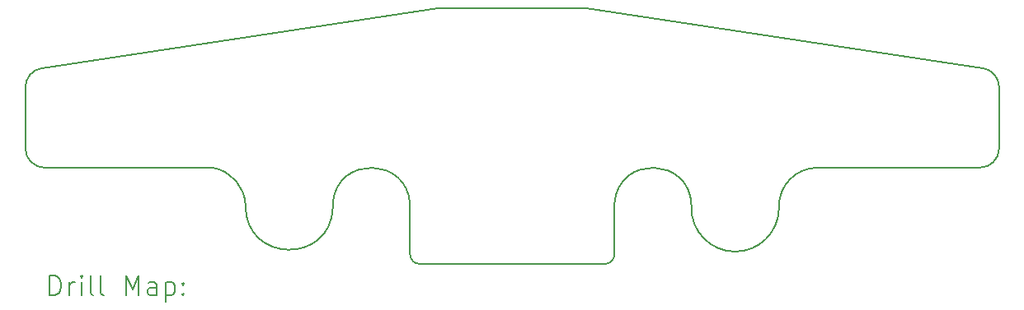
<source format=gbr>
%TF.GenerationSoftware,KiCad,Pcbnew,7.0.5*%
%TF.CreationDate,2023-08-03T16:35:43+02:00*%
%TF.ProjectId,Sensores,53656e73-6f72-4657-932e-6b696361645f,rev?*%
%TF.SameCoordinates,Original*%
%TF.FileFunction,Drillmap*%
%TF.FilePolarity,Positive*%
%FSLAX45Y45*%
G04 Gerber Fmt 4.5, Leading zero omitted, Abs format (unit mm)*
G04 Created by KiCad (PCBNEW 7.0.5) date 2023-08-03 16:35:43*
%MOMM*%
%LPD*%
G01*
G04 APERTURE LIST*
%ADD10C,0.200000*%
G04 APERTURE END LIST*
D10*
X19455738Y-10886585D02*
X21128400Y-10886585D01*
X15278400Y-11260421D02*
G75*
G03*
X14485767Y-11242659I-397050J-23849D01*
G01*
X15565081Y-9240563D02*
X17091719Y-9240563D01*
X17378400Y-11246611D02*
X17378400Y-11777409D01*
X17278400Y-11877410D02*
G75*
G03*
X17378400Y-11777409I-10J100010D01*
G01*
X11328400Y-10058400D02*
X11328400Y-10686585D01*
X18167735Y-11291984D02*
X18167735Y-11272699D01*
X15278400Y-11777409D02*
X15278400Y-11260421D01*
X18167735Y-11291984D02*
G75*
G03*
X19067090Y-11300525I449637J-8542D01*
G01*
X21328408Y-10058400D02*
G75*
G03*
X21158548Y-9860685I-199998J0D01*
G01*
X21328400Y-10686585D02*
X21328400Y-10058400D01*
X11528400Y-10886585D02*
X13249669Y-10886585D01*
X11328405Y-10686585D02*
G75*
G03*
X11528400Y-10886585I199995J-5D01*
G01*
X15378400Y-11877409D02*
X17278400Y-11877409D01*
X11498252Y-9860685D02*
G75*
G03*
X11328400Y-10058400I30148J-197715D01*
G01*
X19067090Y-11300525D02*
X19067090Y-11282044D01*
X17091719Y-9240563D02*
X21158548Y-9860685D01*
X19455738Y-10886580D02*
G75*
G03*
X19067090Y-11282044I6872J-395460D01*
G01*
X11498252Y-9860685D02*
X15565081Y-9240563D01*
X13589549Y-11282859D02*
X13589551Y-11285597D01*
X15278401Y-11777409D02*
G75*
G03*
X15378400Y-11877409I99999J-1D01*
G01*
X13589544Y-11285597D02*
G75*
G03*
X13249669Y-10886585I-404454J-253D01*
G01*
X14485767Y-11300583D02*
X14485767Y-11242659D01*
X21128400Y-10886590D02*
G75*
G03*
X21328400Y-10686585I0J200000D01*
G01*
X18167740Y-11272699D02*
G75*
G03*
X17378400Y-11246611I-395410J-9341D01*
G01*
X13589549Y-11282859D02*
G75*
G03*
X14485767Y-11300583I448290J286D01*
G01*
X11579177Y-12198893D02*
X11579177Y-11998893D01*
X11579177Y-11998893D02*
X11626796Y-11998893D01*
X11626796Y-11998893D02*
X11655367Y-12008417D01*
X11655367Y-12008417D02*
X11674415Y-12027464D01*
X11674415Y-12027464D02*
X11683939Y-12046512D01*
X11683939Y-12046512D02*
X11693462Y-12084607D01*
X11693462Y-12084607D02*
X11693462Y-12113179D01*
X11693462Y-12113179D02*
X11683939Y-12151274D01*
X11683939Y-12151274D02*
X11674415Y-12170321D01*
X11674415Y-12170321D02*
X11655367Y-12189369D01*
X11655367Y-12189369D02*
X11626796Y-12198893D01*
X11626796Y-12198893D02*
X11579177Y-12198893D01*
X11779177Y-12198893D02*
X11779177Y-12065560D01*
X11779177Y-12103655D02*
X11788701Y-12084607D01*
X11788701Y-12084607D02*
X11798224Y-12075083D01*
X11798224Y-12075083D02*
X11817272Y-12065560D01*
X11817272Y-12065560D02*
X11836320Y-12065560D01*
X11902986Y-12198893D02*
X11902986Y-12065560D01*
X11902986Y-11998893D02*
X11893462Y-12008417D01*
X11893462Y-12008417D02*
X11902986Y-12017941D01*
X11902986Y-12017941D02*
X11912510Y-12008417D01*
X11912510Y-12008417D02*
X11902986Y-11998893D01*
X11902986Y-11998893D02*
X11902986Y-12017941D01*
X12026796Y-12198893D02*
X12007748Y-12189369D01*
X12007748Y-12189369D02*
X11998224Y-12170321D01*
X11998224Y-12170321D02*
X11998224Y-11998893D01*
X12131558Y-12198893D02*
X12112510Y-12189369D01*
X12112510Y-12189369D02*
X12102986Y-12170321D01*
X12102986Y-12170321D02*
X12102986Y-11998893D01*
X12360129Y-12198893D02*
X12360129Y-11998893D01*
X12360129Y-11998893D02*
X12426796Y-12141750D01*
X12426796Y-12141750D02*
X12493462Y-11998893D01*
X12493462Y-11998893D02*
X12493462Y-12198893D01*
X12674415Y-12198893D02*
X12674415Y-12094131D01*
X12674415Y-12094131D02*
X12664891Y-12075083D01*
X12664891Y-12075083D02*
X12645843Y-12065560D01*
X12645843Y-12065560D02*
X12607748Y-12065560D01*
X12607748Y-12065560D02*
X12588701Y-12075083D01*
X12674415Y-12189369D02*
X12655367Y-12198893D01*
X12655367Y-12198893D02*
X12607748Y-12198893D01*
X12607748Y-12198893D02*
X12588701Y-12189369D01*
X12588701Y-12189369D02*
X12579177Y-12170321D01*
X12579177Y-12170321D02*
X12579177Y-12151274D01*
X12579177Y-12151274D02*
X12588701Y-12132226D01*
X12588701Y-12132226D02*
X12607748Y-12122702D01*
X12607748Y-12122702D02*
X12655367Y-12122702D01*
X12655367Y-12122702D02*
X12674415Y-12113179D01*
X12769653Y-12065560D02*
X12769653Y-12265560D01*
X12769653Y-12075083D02*
X12788701Y-12065560D01*
X12788701Y-12065560D02*
X12826796Y-12065560D01*
X12826796Y-12065560D02*
X12845843Y-12075083D01*
X12845843Y-12075083D02*
X12855367Y-12084607D01*
X12855367Y-12084607D02*
X12864891Y-12103655D01*
X12864891Y-12103655D02*
X12864891Y-12160798D01*
X12864891Y-12160798D02*
X12855367Y-12179845D01*
X12855367Y-12179845D02*
X12845843Y-12189369D01*
X12845843Y-12189369D02*
X12826796Y-12198893D01*
X12826796Y-12198893D02*
X12788701Y-12198893D01*
X12788701Y-12198893D02*
X12769653Y-12189369D01*
X12950605Y-12179845D02*
X12960129Y-12189369D01*
X12960129Y-12189369D02*
X12950605Y-12198893D01*
X12950605Y-12198893D02*
X12941082Y-12189369D01*
X12941082Y-12189369D02*
X12950605Y-12179845D01*
X12950605Y-12179845D02*
X12950605Y-12198893D01*
X12950605Y-12075083D02*
X12960129Y-12084607D01*
X12960129Y-12084607D02*
X12950605Y-12094131D01*
X12950605Y-12094131D02*
X12941082Y-12084607D01*
X12941082Y-12084607D02*
X12950605Y-12075083D01*
X12950605Y-12075083D02*
X12950605Y-12094131D01*
M02*

</source>
